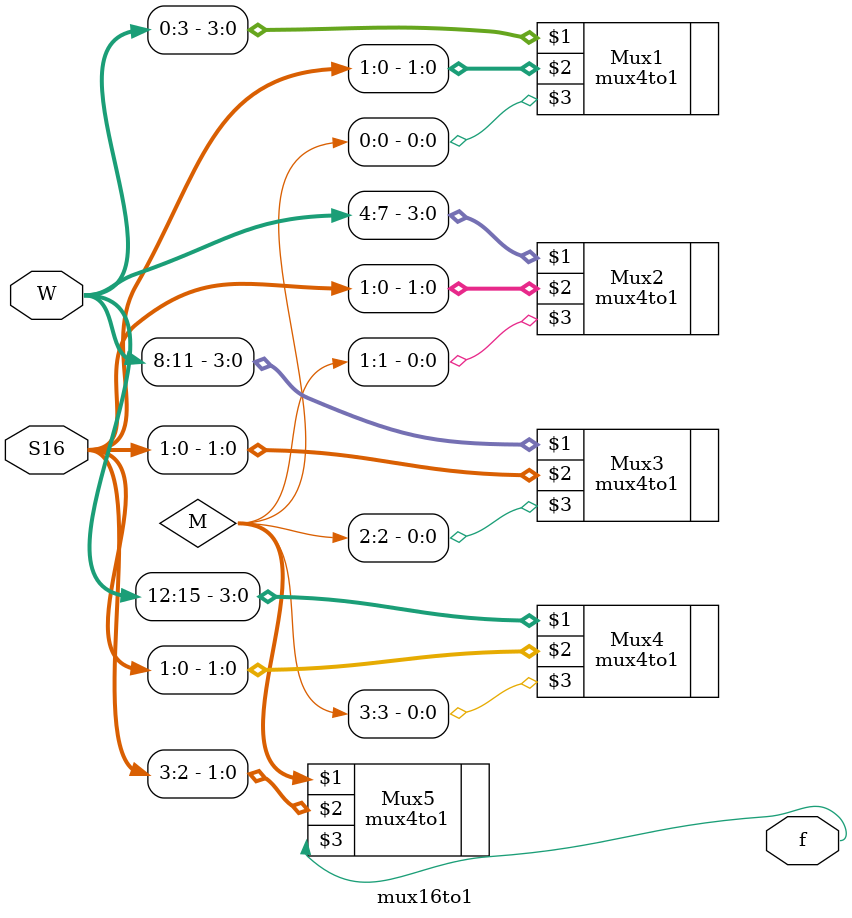
<source format=v>
module mux16to1 (W, S16, f);
  input  [0:15] W;
  input  [3:0]  S16;
  output f;
  wire   [0:3] M;

  mux4to1 Mux1 (W[0:3],   S16[1:0], M[0]);
  mux4to1 Mux2 (W[4:7],   S16[1:0], M[1]);
  mux4to1 Mux3 (W[8:11],  S16[1:0], M[2]);
  mux4to1 Mux4 (W[12:15], S16[1:0], M[3]);
  mux4to1 Mux5 (M[0:3],   S16[3:2], f);
endmodule

</source>
